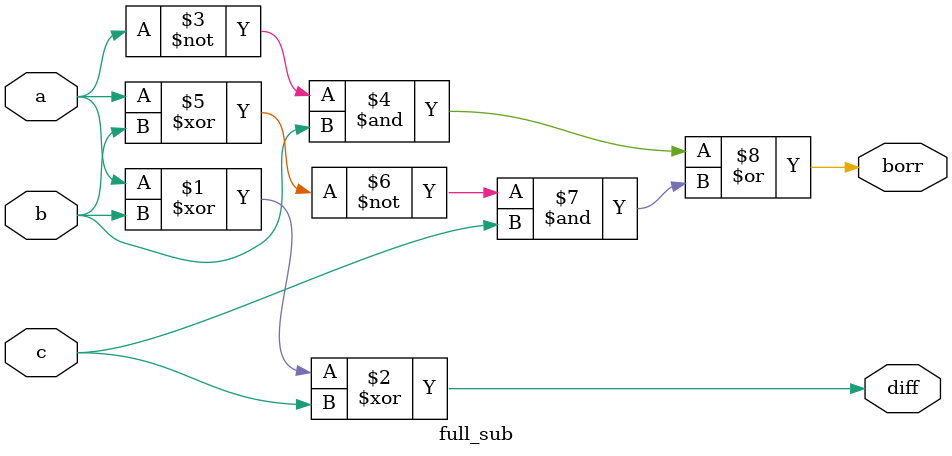
<source format=v>
module full_sub(a, b, c, diff, borr);

input a, b, c;           // Input signals: a (minuend), b (subtrahend), c (borrow-in)
output diff, borr;       // Output signals: diff (difference) and borr (borrow)

// Calculate the difference and borrow
assign diff = ((a ^ b) ^ c);   // Difference is the XOR of a, b, and borrow-in
assign borr = ((~a & b) | ((~(a ^ b)) & c)); // Borrow occurs based on conditions

endmodule

</source>
